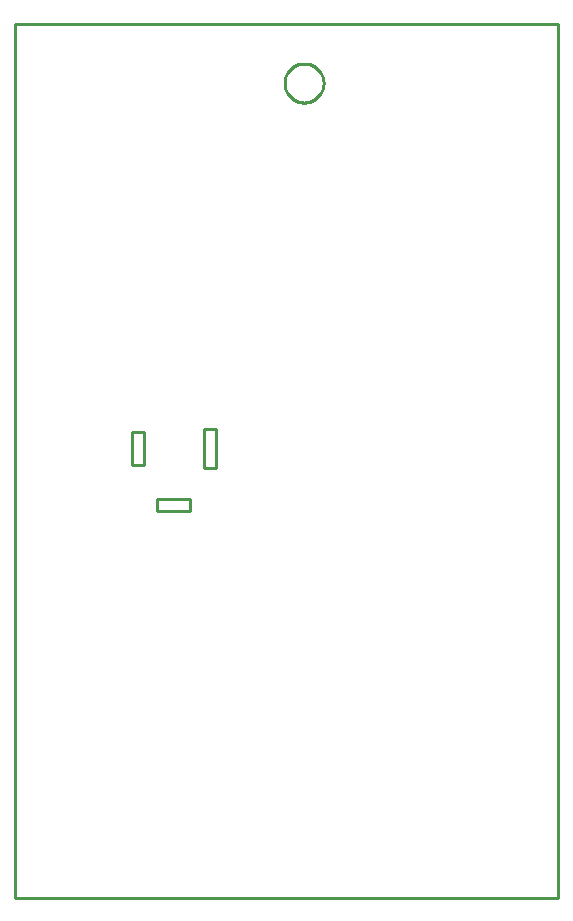
<source format=gbr>
G04 EAGLE Gerber RS-274X export*
G75*
%MOMM*%
%FSLAX34Y34*%
%LPD*%
%IN*%
%IPPOS*%
%AMOC8*
5,1,8,0,0,1.08239X$1,22.5*%
G01*
%ADD10C,0.254000*%


D10*
X20000Y100000D02*
X480000Y100000D01*
X480000Y840000D01*
X20000Y840000D01*
X20000Y100000D01*
X119300Y466500D02*
X129300Y466500D01*
X129300Y494500D01*
X119300Y494500D01*
X119300Y466500D01*
X180300Y464000D02*
X190300Y464000D01*
X190300Y497000D01*
X180300Y497000D01*
X180300Y464000D01*
X140300Y427500D02*
X168300Y427500D01*
X168300Y437500D01*
X140300Y437500D01*
X140300Y427500D01*
X281110Y789120D02*
X281039Y788041D01*
X280898Y786969D01*
X280687Y785909D01*
X280408Y784865D01*
X280060Y783841D01*
X279646Y782843D01*
X279168Y781873D01*
X278628Y780937D01*
X278027Y780038D01*
X277369Y779181D01*
X276657Y778368D01*
X275892Y777604D01*
X275079Y776891D01*
X274222Y776233D01*
X273323Y775632D01*
X272387Y775092D01*
X271417Y774614D01*
X270419Y774200D01*
X269395Y773852D01*
X268351Y773573D01*
X267291Y773362D01*
X266219Y773221D01*
X265140Y773150D01*
X264060Y773150D01*
X262981Y773221D01*
X261909Y773362D01*
X260849Y773573D01*
X259805Y773852D01*
X258781Y774200D01*
X257783Y774614D01*
X256813Y775092D01*
X255877Y775632D01*
X254978Y776233D01*
X254121Y776891D01*
X253308Y777604D01*
X252544Y778368D01*
X251831Y779181D01*
X251173Y780038D01*
X250572Y780937D01*
X250032Y781873D01*
X249554Y782843D01*
X249140Y783841D01*
X248792Y784865D01*
X248513Y785909D01*
X248302Y786969D01*
X248161Y788041D01*
X248090Y789120D01*
X248090Y790200D01*
X248161Y791279D01*
X248302Y792351D01*
X248513Y793411D01*
X248792Y794455D01*
X249140Y795479D01*
X249554Y796477D01*
X250032Y797447D01*
X250572Y798383D01*
X251173Y799282D01*
X251831Y800139D01*
X252544Y800952D01*
X253308Y801717D01*
X254121Y802429D01*
X254978Y803087D01*
X255877Y803688D01*
X256813Y804228D01*
X257783Y804706D01*
X258781Y805120D01*
X259805Y805468D01*
X260849Y805747D01*
X261909Y805958D01*
X262981Y806099D01*
X264060Y806170D01*
X265140Y806170D01*
X266219Y806099D01*
X267291Y805958D01*
X268351Y805747D01*
X269395Y805468D01*
X270419Y805120D01*
X271417Y804706D01*
X272387Y804228D01*
X273323Y803688D01*
X274222Y803087D01*
X275079Y802429D01*
X275892Y801717D01*
X276657Y800952D01*
X277369Y800139D01*
X278027Y799282D01*
X278628Y798383D01*
X279168Y797447D01*
X279646Y796477D01*
X280060Y795479D01*
X280408Y794455D01*
X280687Y793411D01*
X280898Y792351D01*
X281039Y791279D01*
X281110Y790200D01*
X281110Y789120D01*
M02*

</source>
